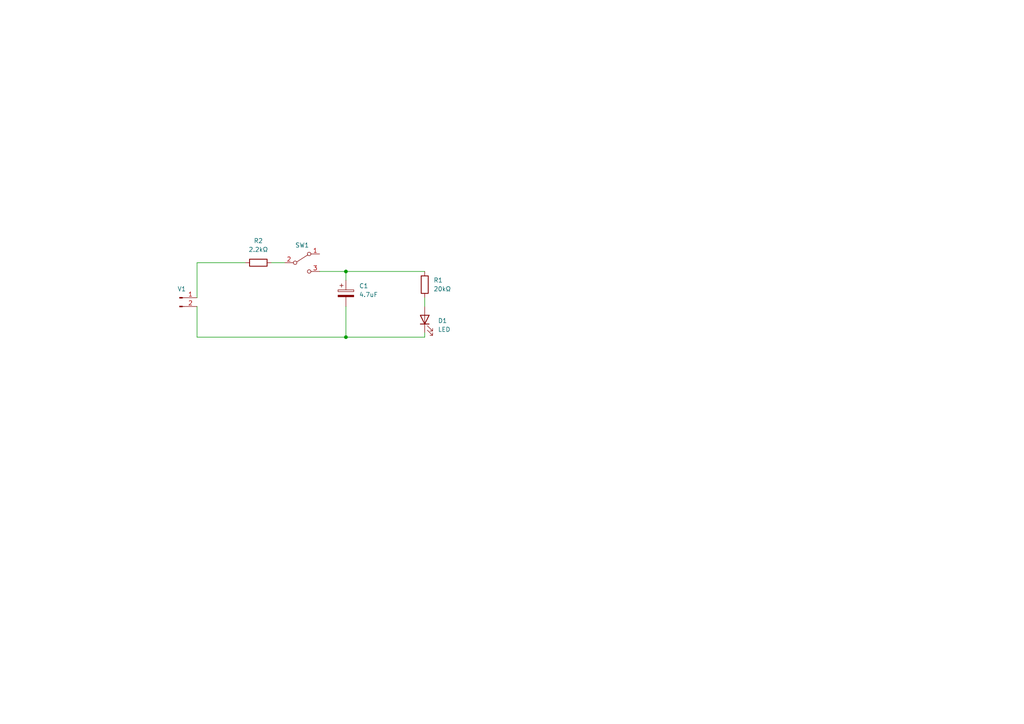
<source format=kicad_sch>
(kicad_sch (version 20211123) (generator eeschema)
  (paper "A4")
  (lib_symbols
    (symbol "Connector:Conn_01x02_Male" (pin_names (offset 1.016) hide)
      (property "Reference" "J" (at 0 2.54 0))
      (property "Value" "Conn_01x02_Male" (at 0 -5.08 0))
      (symbol "Conn_01x02_Male_1_1"
        (polyline (pts (xy 1.27 -2.54) (xy 0.8636 -2.54)) (stroke (width 0.1524)))
        (polyline (pts (xy 1.27 0) (xy 0.8636 0)) (stroke (width 0.1524)))
        (rectangle (start 0.8636 -2.413) (end 0 -2.667) (stroke (width 0.1524)) (fill (type outline)))
        (rectangle (start 0.8636 0.127) (end 0 -0.127) (stroke (width 0.1524)) (fill (type outline)))
        (pin passive line (at 5.08 0 180) (length 3.81) (name "Pin_1") (number "1"))
        (pin passive line (at 5.08 -2.54 180) (length 3.81) (name "Pin_2") (number "2"))
      )
    )
    (symbol "Device:C_Polarized" (pin_numbers hide) (pin_names (offset 0.254))
      (property "Reference" "C" (at 0.635 2.54 0))
      (property "Value" "C_Polarized" (at 0.635 -2.54 0))
      (symbol "C_Polarized_0_1"
        (rectangle (start -2.286 0.508) (end 2.286 1.016))
        (polyline (pts (xy -1.778 2.286) (xy -0.762 2.286)))
        (polyline (pts (xy -1.27 2.794) (xy -1.27 1.778)))
        (rectangle (start 2.286 -0.508) (end -2.286 -1.016) (fill (type outline)))
      )
      (symbol "C_Polarized_1_1"
        (pin passive line (at 0 3.81 270) (length 2.794) (name "~") (number "1"))
        (pin passive line (at 0 -3.81 90) (length 2.794) (name "~") (number "2"))
      )
    )
    (symbol "Device:LED" (pin_numbers hide) (pin_names (offset 1.016) hide)
      (property "Reference" "D" (at 0 2.54 0))
      (property "Value" "LED" (at 0 -2.54 0))
      (symbol "LED_0_1"
        (polyline (pts (xy -1.27 -1.27) (xy -1.27 1.27)) (stroke (width 0.254)))
        (polyline (pts (xy -1.27 0) (xy 1.27 0)))
        (polyline (pts (xy 1.27 -1.27) (xy 1.27 1.27) (xy -1.27 0) (xy 1.27 -1.27)) (stroke (width 0.254)))
        (polyline (pts (xy -3.048 -0.762) (xy -4.572 -2.286) (xy -3.81 -2.286) (xy -4.572 -2.286) (xy -4.572 -1.524)))
        (polyline (pts (xy -1.778 -0.762) (xy -3.302 -2.286) (xy -2.54 -2.286) (xy -3.302 -2.286) (xy -3.302 -1.524)))
      )
      (symbol "LED_1_1"
        (pin passive line (at -3.81 0 0) (length 2.54) (name "K") (number "1"))
        (pin passive line (at 3.81 0 180) (length 2.54) (name "A") (number "2"))
      )
    )
    (symbol "Device:R" (pin_numbers hide) (pin_names (offset 0))
      (property "Reference" "R" (at 2.032 0 90))
      (property "Value" "R" (at 0 0 90))
      (symbol "R_0_1"
        (rectangle (start -1.016 -2.54) (end 1.016 2.54) (stroke (width 0.254)))
      )
      (symbol "R_1_1"
        (pin passive line (at 0 3.81 270) (length 1.27) (name "~") (number "1"))
        (pin passive line (at 0 -3.81 90) (length 1.27) (name "~") (number "2"))
      )
    )
    (symbol "Switch:SW_SPDT" (pin_names (offset 0) hide)
      (property "Reference" "SW" (at 0 4.318 0))
      (property "Value" "SW_SPDT" (at 0 -5.08 0))
      (symbol "SW_SPDT_0_0"
        (circle (center -2.032 0) (radius 0.508))
        (circle (center 2.032 -2.54) (radius 0.508))
      )
      (symbol "SW_SPDT_0_1"
        (polyline (pts (xy -1.524 0.254) (xy 1.651 2.286)))
        (circle (center 2.032 2.54) (radius 0.508))
      )
      (symbol "SW_SPDT_1_1"
        (pin passive line (at 5.08 2.54 180) (length 2.54) (name "A") (number "1"))
        (pin passive line (at -5.08 0 0) (length 2.54) (name "B") (number "2"))
        (pin passive line (at 5.08 -2.54 180) (length 2.54) (name "C") (number "3"))
      )
    )
  )
  (junction (at 100.33 97.79))
  (junction (at 100.33 78.74))
  (wire (pts (xy 123.19 86.36) (xy 123.19 88.9)))
  (wire (pts (xy 57.15 76.2) (xy 71.12 76.2)))
  (wire (pts (xy 100.33 97.79) (xy 57.15 97.79)))
  (wire (pts (xy 100.33 78.74) (xy 100.33 81.28)))
  (wire (pts (xy 100.33 78.74) (xy 123.19 78.74)))
  (wire (pts (xy 57.15 76.2) (xy 57.15 86.36)))
  (wire (pts (xy 57.15 88.9) (xy 57.15 97.79)))
  (wire (pts (xy 100.33 97.79) (xy 123.19 97.79)))
  (wire (pts (xy 100.33 88.9) (xy 100.33 97.79)))
  (wire (pts (xy 92.71 78.74) (xy 100.33 78.74)))
  (wire (pts (xy 123.19 96.52) (xy 123.19 97.79)))
  (wire (pts (xy 78.74 76.2) (xy 82.55 76.2)))
  (symbol (lib_id "Device:C_Polarized") (at 100.33 85.09 0) (unit 1)
    (property "Reference" "C1" (at 104.14 82.9309 0) (effects (justify left)))
    (property "Value" "4.7uF" (at 104.14 85.4709 0) (effects (justify left)))
  )
  (symbol (lib_id "Device:R") (at 74.93 76.2 90) (unit 1)
    (property "Reference" "R2" (at 74.93 69.85 90))
    (property "Value" "2.2kΩ" (at 74.93 72.39 90))
  )
  (symbol (lib_id "Switch:SW_SPDT") (at 87.63 76.2 0) (unit 1)
    (property "Reference" "SW1" (at 87.63 71.12 0))
    (property "Value" "SW_SPDT" (effects hide))
  )
  (symbol (lib_id "Device:LED") (at 123.19 92.71 90) (unit 1)
    (property "Reference" "D1" (at 127 93.0274 90) (effects (justify right)))
    (property "Value" "LED" (at 127 95.5674 90) (effects (justify right)))
  )
  (symbol (lib_id "Device:R") (at 123.19 82.55 0) (unit 1)
    (property "Reference" "R1" (at 125.73 81.2799 0) (effects (justify left)))
    (property "Value" "20kΩ" (at 125.73 83.8199 0) (effects (justify left)))
  )
  (symbol (lib_id "Connector:Conn_01x02_Male") (at 52.07 86.36 0) (unit 1)
    (property "Reference" "V1" (at 52.705 83.82 0))
    (property "Value" "Conn_01x02_Male" (effects hide))
  )
)
</source>
